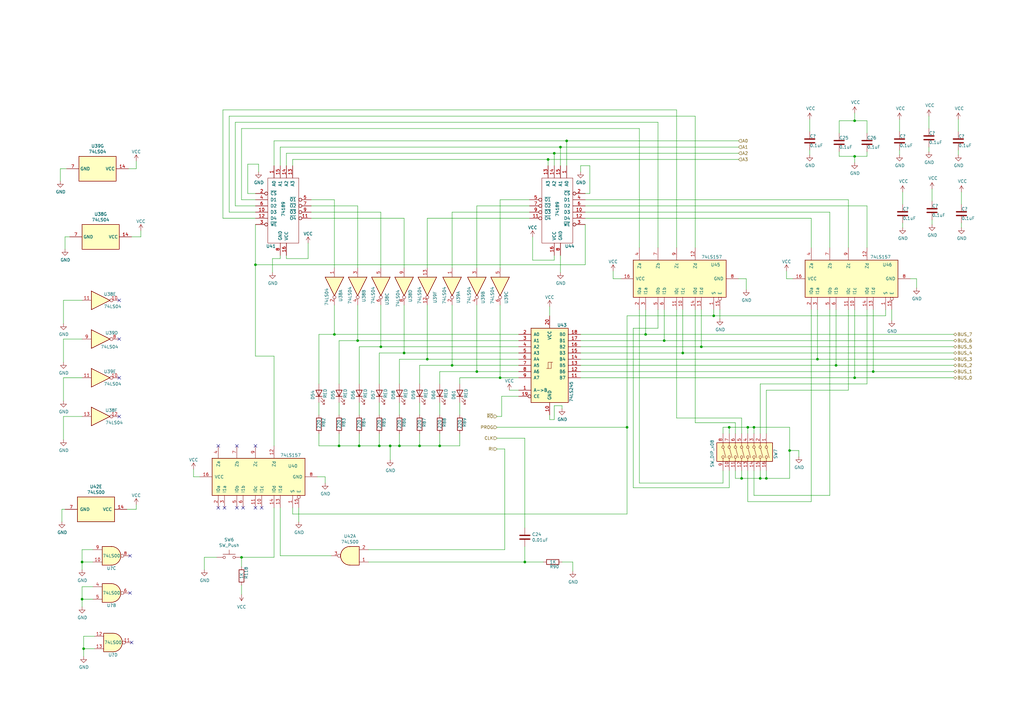
<source format=kicad_sch>
(kicad_sch (version 20230121) (generator eeschema)
  (paper "A3")
  (lib_symbols
    (symbol "74xx:74LS00" (pin_names (offset 1.016))
      (property "Reference" "U" (at 0 1.27 0))
      (property "Value" "74LS00" (at 0 -1.27 0))
      (symbol "74LS00_1_1"
        (pin input line (at -7.62 2.54 0) (length 3.81) (name "~") (number "1"))
        (pin input line (at -7.62 -2.54 0) (length 3.81) (name "~") (number "2"))
        (pin output inverted (at 7.62 0 180) (length 3.81) (name "~") (number "3"))
      )
      (symbol "74LS00_1_2"
        (pin input inverted (at -7.62 2.54 0) (length 4.318) (name "~") (number "1"))
        (pin input inverted (at -7.62 -2.54 0) (length 4.318) (name "~") (number "2"))
        (pin output line (at 7.62 0 180) (length 3.81) (name "~") (number "3"))
      )
      (symbol "74LS00_2_1"
        (pin input line (at -7.62 2.54 0) (length 3.81) (name "~") (number "4"))
        (pin input line (at -7.62 -2.54 0) (length 3.81) (name "~") (number "5"))
        (pin output inverted (at 7.62 0 180) (length 3.81) (name "~") (number "6"))
      )
      (symbol "74LS00_2_2"
        (pin input inverted (at -7.62 2.54 0) (length 4.318) (name "~") (number "4"))
        (pin input inverted (at -7.62 -2.54 0) (length 4.318) (name "~") (number "5"))
        (pin output line (at 7.62 0 180) (length 3.81) (name "~") (number "6"))
      )
      (symbol "74LS00_3_1"
        (pin input line (at -7.62 -2.54 0) (length 3.81) (name "~") (number "10"))
        (pin output inverted (at 7.62 0 180) (length 3.81) (name "~") (number "8"))
        (pin input line (at -7.62 2.54 0) (length 3.81) (name "~") (number "9"))
      )
      (symbol "74LS00_3_2"
        (pin input inverted (at -7.62 -2.54 0) (length 4.318) (name "~") (number "10"))
        (pin output line (at 7.62 0 180) (length 3.81) (name "~") (number "8"))
        (pin input inverted (at -7.62 2.54 0) (length 4.318) (name "~") (number "9"))
      )
      (symbol "74LS00_4_1"
        (pin output inverted (at 7.62 0 180) (length 3.81) (name "~") (number "11"))
        (pin input line (at -7.62 2.54 0) (length 3.81) (name "~") (number "12"))
        (pin input line (at -7.62 -2.54 0) (length 3.81) (name "~") (number "13"))
      )
      (symbol "74LS00_4_2"
        (pin output line (at 7.62 0 180) (length 3.81) (name "~") (number "11"))
        (pin input inverted (at -7.62 2.54 0) (length 4.318) (name "~") (number "12"))
        (pin input inverted (at -7.62 -2.54 0) (length 4.318) (name "~") (number "13"))
      )
      (symbol "74LS00_5_0"
        (pin power_in line (at 0 12.7 270) (length 5.08) (name "VCC") (number "14"))
        (pin power_in line (at 0 -12.7 90) (length 5.08) (name "GND") (number "7"))
      )
    )
    (symbol "74xx:74LS04"
      (property "Reference" "U" (at 0 1.27 0))
      (property "Value" "74LS04" (at 0 -1.27 0))
      (symbol "74LS04_1_0"
        (pin input line (at -7.62 0 0) (length 3.81) (name "~") (number "1"))
        (pin output inverted (at 7.62 0 180) (length 3.81) (name "~") (number "2"))
      )
      (symbol "74LS04_2_0"
        (pin input line (at -7.62 0 0) (length 3.81) (name "~") (number "3"))
        (pin output inverted (at 7.62 0 180) (length 3.81) (name "~") (number "4"))
      )
      (symbol "74LS04_3_0"
        (pin input line (at -7.62 0 0) (length 3.81) (name "~") (number "5"))
        (pin output inverted (at 7.62 0 180) (length 3.81) (name "~") (number "6"))
      )
      (symbol "74LS04_4_0"
        (pin output inverted (at 7.62 0 180) (length 3.81) (name "~") (number "8"))
        (pin input line (at -7.62 0 0) (length 3.81) (name "~") (number "9"))
      )
      (symbol "74LS04_5_0"
        (pin output inverted (at 7.62 0 180) (length 3.81) (name "~") (number "10"))
        (pin input line (at -7.62 0 0) (length 3.81) (name "~") (number "11"))
      )
      (symbol "74LS04_6_0"
        (pin output inverted (at 7.62 0 180) (length 3.81) (name "~") (number "12"))
        (pin input line (at -7.62 0 0) (length 3.81) (name "~") (number "13"))
      )
      (symbol "74LS04_7_0"
        (pin power_in line (at 0 12.7 270) (length 5.08) (name "VCC") (number "14"))
        (pin power_in line (at 0 -12.7 90) (length 5.08) (name "GND") (number "7"))
      )
    )
    (symbol "74xx:74LS157" (pin_names (offset 1.016))
      (property "Reference" "U" (at -7.62 19.05 0))
      (property "Value" "74LS157" (at -7.62 -21.59 0))
      (symbol "74LS157_1_0"
        (pin input line (at -12.7 -15.24 0) (length 5.08) (name "S") (number "1"))
        (pin input line (at -12.7 -2.54 0) (length 5.08) (name "I1c") (number "10"))
        (pin input line (at -12.7 0 0) (length 5.08) (name "I0c") (number "11"))
        (pin output line (at 12.7 -7.62 180) (length 5.08) (name "Zd") (number "12"))
        (pin input line (at -12.7 -10.16 0) (length 5.08) (name "I1d") (number "13"))
        (pin input line (at -12.7 -7.62 0) (length 5.08) (name "I0d") (number "14"))
        (pin input inverted (at -12.7 -17.78 0) (length 5.08) (name "E") (number "15"))
        (pin power_in line (at 0 22.86 270) (length 5.08) (name "VCC") (number "16"))
        (pin input line (at -12.7 15.24 0) (length 5.08) (name "I0a") (number "2"))
        (pin input line (at -12.7 12.7 0) (length 5.08) (name "I1a") (number "3"))
        (pin output line (at 12.7 15.24 180) (length 5.08) (name "Za") (number "4"))
        (pin input line (at -12.7 7.62 0) (length 5.08) (name "I0b") (number "5"))
        (pin input line (at -12.7 5.08 0) (length 5.08) (name "I1b") (number "6"))
        (pin output line (at 12.7 7.62 180) (length 5.08) (name "Zb") (number "7"))
        (pin power_in line (at 0 -25.4 90) (length 5.08) (name "GND") (number "8"))
        (pin output line (at 12.7 0 180) (length 5.08) (name "Zc") (number "9"))
      )
    )
    (symbol "74xx:74LS245" (pin_names (offset 1.016))
      (property "Reference" "U" (at -7.62 16.51 0))
      (property "Value" "74LS245" (at -7.62 -16.51 0))
      (symbol "74LS245_1_0"
        (pin input line (at -12.7 -10.16 0) (length 5.08) (name "A->B") (number "1"))
        (pin power_in line (at 0 -20.32 90) (length 5.08) (name "GND") (number "10"))
        (pin tri_state line (at 12.7 -5.08 180) (length 5.08) (name "B7") (number "11"))
        (pin tri_state line (at 12.7 -2.54 180) (length 5.08) (name "B6") (number "12"))
        (pin tri_state line (at 12.7 0 180) (length 5.08) (name "B5") (number "13"))
        (pin tri_state line (at 12.7 2.54 180) (length 5.08) (name "B4") (number "14"))
        (pin tri_state line (at 12.7 5.08 180) (length 5.08) (name "B3") (number "15"))
        (pin tri_state line (at 12.7 7.62 180) (length 5.08) (name "B2") (number "16"))
        (pin tri_state line (at 12.7 10.16 180) (length 5.08) (name "B1") (number "17"))
        (pin tri_state line (at 12.7 12.7 180) (length 5.08) (name "B0") (number "18"))
        (pin input inverted (at -12.7 -12.7 0) (length 5.08) (name "CE") (number "19"))
        (pin tri_state line (at -12.7 12.7 0) (length 5.08) (name "A0") (number "2"))
        (pin power_in line (at 0 20.32 270) (length 5.08) (name "VCC") (number "20"))
        (pin tri_state line (at -12.7 10.16 0) (length 5.08) (name "A1") (number "3"))
        (pin tri_state line (at -12.7 7.62 0) (length 5.08) (name "A2") (number "4"))
        (pin tri_state line (at -12.7 5.08 0) (length 5.08) (name "A3") (number "5"))
        (pin tri_state line (at -12.7 2.54 0) (length 5.08) (name "A4") (number "6"))
        (pin tri_state line (at -12.7 0 0) (length 5.08) (name "A5") (number "7"))
        (pin tri_state line (at -12.7 -2.54 0) (length 5.08) (name "A6") (number "8"))
        (pin tri_state line (at -12.7 -5.08 0) (length 5.08) (name "A7") (number "9"))
      )
    )
    (symbol "8 Bit Computer-rescue:74189-74189LIB" (pin_names (offset 1.016))
      (property "Reference" "U" (at 3.81 -15.24 0))
      (property "Value" "74189LIB_74189" (at 0 0 90))
      (symbol "74189-74189LIB_1_1"
        (pin input line (at 3.81 17.78 270) (length 5.08) (name "A0") (number "1"))
        (pin input line (at 11.43 -1.27 180) (length 5.08) (name "D3") (number "10"))
        (pin output inverted (at -11.43 -3.81 0) (length 5.08) (name "~{O4}") (number "11"))
        (pin input line (at 11.43 -3.81 180) (length 5.08) (name "D4") (number "12"))
        (pin input line (at -3.81 17.78 270) (length 5.08) (name "A3") (number "13"))
        (pin input line (at -1.27 17.78 270) (length 5.08) (name "A2") (number "14"))
        (pin input line (at 1.27 17.78 270) (length 5.08) (name "A1") (number "15"))
        (pin input line (at -1.27 -19.05 90) (length 5.08) (name "VCC") (number "16"))
        (pin input inverted (at 11.43 6.35 180) (length 5.08) (name "~{CS}") (number "2"))
        (pin input inverted (at 11.43 -6.35 180) (length 5.08) (name "~{WE}") (number "3"))
        (pin input line (at 11.43 3.81 180) (length 5.08) (name "D1") (number "4"))
        (pin output inverted (at -11.43 3.81 0) (length 5.08) (name "~{O1}") (number "5"))
        (pin input line (at 11.43 1.27 180) (length 5.08) (name "D2") (number "6"))
        (pin output inverted (at -11.43 1.27 0) (length 5.08) (name "~{O2}") (number "7"))
        (pin input line (at 1.27 -19.05 90) (length 5.08) (name "GND") (number "8"))
        (pin output inverted (at -11.43 -1.27 0) (length 5.08) (name "~{O3}") (number "9"))
      )
    )
    (symbol "Device:C" (pin_numbers hide) (pin_names (offset 0.254))
      (property "Reference" "C" (at 0.635 2.54 0))
      (property "Value" "C" (at 0.635 -2.54 0))
      (symbol "C_1_1"
        (pin passive line (at 0 3.81 270) (length 2.794) (name "~") (number "1"))
        (pin passive line (at 0 -3.81 90) (length 2.794) (name "~") (number "2"))
      )
    )
    (symbol "Device:LED" (pin_numbers hide) (pin_names (offset 1.016) hide)
      (property "Reference" "D" (at 0 2.54 0))
      (property "Value" "LED" (at 0 -2.54 0))
      (symbol "LED_1_1"
        (pin passive line (at -3.81 0 0) (length 2.54) (name "K") (number "1"))
        (pin passive line (at 3.81 0 180) (length 2.54) (name "A") (number "2"))
      )
    )
    (symbol "Device:R" (pin_numbers hide) (pin_names (offset 0))
      (property "Reference" "R" (at 2.032 0 90))
      (property "Value" "R" (at 0 0 90))
      (symbol "R_1_1"
        (pin passive line (at 0 3.81 270) (length 1.27) (name "~") (number "1"))
        (pin passive line (at 0 -3.81 90) (length 1.27) (name "~") (number "2"))
      )
    )
    (symbol "Switch:SW_DIP_x08" (pin_names (offset 0) hide)
      (property "Reference" "SW" (at 0 13.97 0))
      (property "Value" "SW_DIP_x08" (at 0 -11.43 0))
      (symbol "SW_DIP_x08_1_1"
        (pin passive line (at -7.62 10.16 0) (length 5.08) (name "~") (number "1"))
        (pin passive line (at 7.62 -5.08 180) (length 5.08) (name "~") (number "10"))
        (pin passive line (at 7.62 -2.54 180) (length 5.08) (name "~") (number "11"))
        (pin passive line (at 7.62 0 180) (length 5.08) (name "~") (number "12"))
        (pin passive line (at 7.62 2.54 180) (length 5.08) (name "~") (number "13"))
        (pin passive line (at 7.62 5.08 180) (length 5.08) (name "~") (number "14"))
        (pin passive line (at 7.62 7.62 180) (length 5.08) (name "~") (number "15"))
        (pin passive line (at 7.62 10.16 180) (length 5.08) (name "~") (number "16"))
        (pin passive line (at -7.62 7.62 0) (length 5.08) (name "~") (number "2"))
        (pin passive line (at -7.62 5.08 0) (length 5.08) (name "~") (number "3"))
        (pin passive line (at -7.62 2.54 0) (length 5.08) (name "~") (number "4"))
        (pin passive line (at -7.62 0 0) (length 5.08) (name "~") (number "5"))
        (pin passive line (at -7.62 -2.54 0) (length 5.08) (name "~") (number "6"))
        (pin passive line (at -7.62 -5.08 0) (length 5.08) (name "~") (number "7"))
        (pin passive line (at -7.62 -7.62 0) (length 5.08) (name "~") (number "8"))
        (pin passive line (at 7.62 -7.62 180) (length 5.08) (name "~") (number "9"))
      )
    )
    (symbol "Switch:SW_Push" (pin_numbers hide) (pin_names (offset 1.016) hide)
      (property "Reference" "SW" (at 1.27 2.54 0))
      (property "Value" "SW_Push" (at 0 -1.524 0))
      (symbol "SW_Push_0_1"
        (pin passive line (at -5.08 0 0) (length 2.54) (name "1") (number "1"))
        (pin passive line (at 5.08 0 180) (length 2.54) (name "2") (number "2"))
      )
    )
    (symbol "power:GND" (power) (pin_names (offset 0))
      (property "Value" "GND" (at 0 -3.81 0))
      (symbol "GND_1_1"
        (pin power_in line (at 0 0 270) (length 0) hide (name "GND") (number "1"))
      )
    )
    (symbol "power:VCC" (power) (pin_names (offset 0))
      (property "Value" "VCC" (at 0 3.81 0))
      (symbol "VCC_1_1"
        (pin power_in line (at 0 0 90) (length 0) hide (name "VCC") (number "1"))
      )
    )
  )
  (junction (at 160.02 182.88))
  (junction (at 350.52 64.135))
  (junction (at 335.28 147.32))
  (junction (at 180.34 182.88))
  (junction (at 172.085 182.88))
  (junction (at 205.105 154.94))
  (junction (at 272.415 139.7))
  (junction (at 155.575 182.88))
  (junction (at 33.655 230.505))
  (junction (at 185.42 149.86))
  (junction (at 165.735 144.78))
  (junction (at 224.79 65.405))
  (junction (at 309.245 175.26))
  (junction (at 280.035 144.78))
  (junction (at 323.85 184.785))
  (junction (at 232.41 57.785))
  (junction (at 227.33 62.865))
  (junction (at 299.085 175.26))
  (junction (at 358.14 152.4))
  (junction (at 287.655 142.24))
  (junction (at 257.175 175.26))
  (junction (at 137.16 137.16))
  (junction (at 147.32 182.88))
  (junction (at 350.52 49.53))
  (junction (at 304.165 196.215))
  (junction (at 139.065 182.88))
  (junction (at 156.21 142.24))
  (junction (at 311.785 196.215))
  (junction (at 264.795 137.16))
  (junction (at 33.655 245.745))
  (junction (at 163.83 182.88))
  (junction (at 175.26 147.32))
  (junction (at 314.325 196.215))
  (junction (at 292.735 129.54))
  (junction (at 342.9 149.86))
  (junction (at 104.775 108.585))
  (junction (at 215.265 230.505))
  (junction (at 229.87 60.325))
  (junction (at 146.685 139.7))
  (junction (at 350.52 154.94))
  (junction (at 195.58 152.4))
  (junction (at 34.29 266.065))
  (junction (at 99.06 228.6))
  (junction (at 306.705 175.26))
  (no_connect (at 104.775 182.88))
  (no_connect (at 48.895 139.065))
  (no_connect (at 48.895 154.94))
  (no_connect (at 53.34 243.205))
  (no_connect (at 89.535 182.88))
  (no_connect (at 97.155 182.88))
  (no_connect (at 97.155 208.28))
  (no_connect (at 53.975 263.525))
  (no_connect (at 89.535 208.28))
  (no_connect (at 48.895 123.19))
  (no_connect (at 99.695 208.28))
  (no_connect (at 53.34 227.965))
  (no_connect (at 92.075 208.28))
  (no_connect (at 48.895 170.815))
  (no_connect (at 104.775 208.28))
  (no_connect (at 107.315 208.28))
  (wire (pts (xy 114.935 227.965) (xy 135.89 227.965)))
  (wire (pts (xy 277.495 171.45) (xy 304.165 171.45)))
  (wire (pts (xy 227.33 67.945) (xy 227.33 62.865)))
  (wire (pts (xy 212.725 147.32) (xy 175.26 147.32)))
  (wire (pts (xy 217.17 89.535) (xy 175.26 89.535)))
  (wire (pts (xy 104.775 108.585) (xy 104.775 92.075)))
  (wire (pts (xy 311.785 196.215) (xy 314.325 196.215)))
  (wire (pts (xy 269.875 134.62) (xy 269.875 127)))
  (wire (pts (xy 38.1 245.745) (xy 33.655 245.745)))
  (wire (pts (xy 229.87 60.325) (xy 229.87 67.945)))
  (wire (pts (xy 104.775 79.375) (xy 101.6 79.375)))
  (wire (pts (xy 314.325 196.215) (xy 314.325 193.04)))
  (wire (pts (xy 188.595 154.94) (xy 205.105 154.94)))
  (wire (pts (xy 215.265 230.505) (xy 222.885 230.505)))
  (wire (pts (xy 251.46 111.125) (xy 251.46 114.3)))
  (wire (pts (xy 373.38 114.3) (xy 375.92 114.3)))
  (wire (pts (xy 344.17 54.61) (xy 344.17 49.53)))
  (wire (pts (xy 185.42 86.995) (xy 217.17 86.995)))
  (wire (pts (xy 114.935 208.28) (xy 114.935 227.965)))
  (wire (pts (xy 335.28 127) (xy 335.28 147.32)))
  (wire (pts (xy 232.41 57.785) (xy 112.395 57.785)))
  (wire (pts (xy 280.035 127) (xy 280.035 144.78)))
  (wire (pts (xy 257.175 175.26) (xy 257.175 210.82)))
  (wire (pts (xy 302.895 114.3) (xy 306.07 114.3)))
  (wire (pts (xy 306.705 175.26) (xy 309.245 175.26)))
  (wire (pts (xy 368.935 61.595) (xy 368.935 63.5)))
  (wire (pts (xy 185.42 125.095) (xy 185.42 149.86)))
  (wire (pts (xy 207.01 184.15) (xy 203.835 184.15)))
  (wire (pts (xy 264.795 137.16) (xy 391.16 137.16)))
  (wire (pts (xy 394.335 91.44) (xy 394.335 93.345)))
  (wire (pts (xy 269.875 50.165) (xy 269.875 101.6)))
  (wire (pts (xy 139.065 165.1) (xy 139.065 170.18)))
  (wire (pts (xy 172.085 182.88) (xy 180.34 182.88)))
  (wire (pts (xy 205.105 154.94) (xy 212.725 154.94)))
  (wire (pts (xy 314.325 177.8) (xy 314.325 160.02)))
  (wire (pts (xy 33.655 245.745) (xy 33.655 248.92)))
  (wire (pts (xy 232.41 67.945) (xy 232.41 57.785)))
  (wire (pts (xy 323.85 175.26) (xy 323.85 184.785)))
  (wire (pts (xy 306.705 177.8) (xy 306.705 175.26)))
  (wire (pts (xy 257.175 175.26) (xy 257.175 129.54)))
  (wire (pts (xy 215.265 230.505) (xy 151.13 230.505)))
  (wire (pts (xy 185.42 109.855) (xy 185.42 86.995)))
  (wire (pts (xy 163.83 182.88) (xy 172.085 182.88)))
  (wire (pts (xy 93.98 47.625) (xy 285.115 47.625)))
  (wire (pts (xy 241.935 67.945) (xy 238.125 67.945)))
  (wire (pts (xy 127.635 84.455) (xy 146.685 84.455)))
  (wire (pts (xy 344.17 64.135) (xy 350.52 64.135)))
  (wire (pts (xy 215.265 179.705) (xy 215.265 216.535)))
  (wire (pts (xy 99.06 240.03) (xy 99.06 243.84)))
  (wire (pts (xy 227.33 62.865) (xy 302.895 62.865)))
  (wire (pts (xy 93.98 47.625) (xy 93.98 86.995)))
  (wire (pts (xy 224.79 65.405) (xy 224.79 67.945)))
  (wire (pts (xy 287.655 142.24) (xy 391.16 142.24)))
  (wire (pts (xy 53.975 97.155) (xy 57.785 97.155)))
  (wire (pts (xy 259.715 134.62) (xy 269.875 134.62)))
  (wire (pts (xy 344.17 62.23) (xy 344.17 64.135)))
  (wire (pts (xy 323.85 184.785) (xy 323.85 196.215)))
  (wire (pts (xy 117.475 106.045) (xy 126.365 106.045)))
  (wire (pts (xy 240.03 81.915) (xy 347.98 81.915)))
  (wire (pts (xy 347.98 160.02) (xy 314.325 160.02)))
  (wire (pts (xy 146.685 125.095) (xy 146.685 139.7)))
  (wire (pts (xy 355.6 101.6) (xy 355.6 84.455)))
  (wire (pts (xy 259.715 200.025) (xy 259.715 134.62)))
  (wire (pts (xy 212.725 162.56) (xy 205.74 162.56)))
  (wire (pts (xy 33.655 230.505) (xy 33.655 233.68)))
  (wire (pts (xy 225.425 129.54) (xy 225.425 125.73)))
  (wire (pts (xy 241.935 79.375) (xy 241.935 67.945)))
  (wire (pts (xy 26.035 170.815) (xy 33.655 170.815)))
  (wire (pts (xy 33.655 245.745) (xy 33.655 240.665)))
  (wire (pts (xy 218.44 106.68) (xy 218.44 97.155)))
  (wire (pts (xy 175.26 125.095) (xy 175.26 147.32)))
  (wire (pts (xy 340.36 127) (xy 340.36 203.2)))
  (wire (pts (xy 299.085 175.26) (xy 296.545 175.26)))
  (wire (pts (xy 332.105 61.595) (xy 332.105 63.5)))
  (wire (pts (xy 26.035 123.19) (xy 33.655 123.19)))
  (wire (pts (xy 358.14 127) (xy 358.14 152.4)))
  (wire (pts (xy 382.27 90.17) (xy 382.27 92.075)))
  (wire (pts (xy 217.17 84.455) (xy 195.58 84.455)))
  (wire (pts (xy 205.105 81.915) (xy 217.17 81.915)))
  (wire (pts (xy 130.81 177.8) (xy 130.81 182.88)))
  (wire (pts (xy 368.935 53.975) (xy 368.935 48.895)))
  (wire (pts (xy 120.015 67.945) (xy 120.015 65.405)))
  (wire (pts (xy 227.33 166.37) (xy 230.505 166.37)))
  (wire (pts (xy 104.775 84.455) (xy 96.52 84.455)))
  (wire (pts (xy 38.735 260.985) (xy 34.29 260.985)))
  (wire (pts (xy 146.685 139.7) (xy 212.725 139.7)))
  (wire (pts (xy 93.98 86.995) (xy 104.775 86.995)))
  (wire (pts (xy 382.27 82.55) (xy 382.27 77.47)))
  (wire (pts (xy 151.13 225.425) (xy 207.01 225.425)))
  (wire (pts (xy 285.115 127) (xy 285.115 173.355)))
  (wire (pts (xy 240.03 92.075) (xy 240.03 108.585)))
  (wire (pts (xy 340.36 203.2) (xy 309.245 203.2)))
  (wire (pts (xy 234.95 230.505) (xy 234.95 234.315)))
  (wire (pts (xy 332.74 205.74) (xy 332.74 127)))
  (wire (pts (xy 112.395 146.05) (xy 112.395 182.88)))
  (wire (pts (xy 160.02 182.88) (xy 160.02 188.595)))
  (wire (pts (xy 323.85 184.785) (xy 327.66 184.785)))
  (wire (pts (xy 99.06 52.705) (xy 262.255 52.705)))
  (wire (pts (xy 301.625 193.04) (xy 301.625 196.215)))
  (wire (pts (xy 335.28 147.32) (xy 391.16 147.32)))
  (wire (pts (xy 296.545 198.12) (xy 296.545 193.04)))
  (wire (pts (xy 180.34 152.4) (xy 180.34 157.48)))
  (wire (pts (xy 172.085 165.1) (xy 172.085 170.18)))
  (wire (pts (xy 230.505 230.505) (xy 234.95 230.505)))
  (wire (pts (xy 163.83 165.1) (xy 163.83 170.18)))
  (wire (pts (xy 304.165 196.215) (xy 304.165 193.04)))
  (wire (pts (xy 130.175 195.58) (xy 133.35 195.58)))
  (wire (pts (xy 188.595 157.48) (xy 188.595 154.94)))
  (wire (pts (xy 225.425 170.18) (xy 225.425 172.085)))
  (wire (pts (xy 26.035 170.815) (xy 26.035 180.34)))
  (wire (pts (xy 188.595 182.88) (xy 188.595 177.8)))
  (wire (pts (xy 25.4 213.995) (xy 25.4 208.915)))
  (wire (pts (xy 24.765 69.215) (xy 27.305 69.215)))
  (wire (pts (xy 99.06 228.6) (xy 99.06 232.41)))
  (wire (pts (xy 155.575 177.8) (xy 155.575 182.88)))
  (wire (pts (xy 306.705 193.04) (xy 306.705 205.74)))
  (wire (pts (xy 26.035 139.065) (xy 33.655 139.065)))
  (wire (pts (xy 38.1 240.665) (xy 33.655 240.665)))
  (wire (pts (xy 104.775 81.915) (xy 99.06 81.915)))
  (wire (pts (xy 251.46 114.3) (xy 254.635 114.3)))
  (wire (pts (xy 340.36 101.6) (xy 340.36 86.995)))
  (wire (pts (xy 127.635 89.535) (xy 165.735 89.535)))
  (wire (pts (xy 285.115 173.355) (xy 301.625 173.355)))
  (wire (pts (xy 215.265 224.155) (xy 215.265 230.505)))
  (wire (pts (xy 350.52 154.94) (xy 391.16 154.94)))
  (wire (pts (xy 175.26 89.535) (xy 175.26 109.855)))
  (wire (pts (xy 342.9 127) (xy 342.9 149.86)))
  (wire (pts (xy 180.34 152.4) (xy 195.58 152.4)))
  (wire (pts (xy 26.67 102.235) (xy 26.67 97.155)))
  (wire (pts (xy 232.41 57.785) (xy 302.895 57.785)))
  (wire (pts (xy 350.52 64.135) (xy 355.6 64.135)))
  (wire (pts (xy 350.52 46.355) (xy 350.52 49.53)))
  (wire (pts (xy 323.85 196.215) (xy 314.325 196.215)))
  (wire (pts (xy 262.255 127) (xy 262.255 198.12)))
  (wire (pts (xy 160.02 182.88) (xy 163.83 182.88)))
  (wire (pts (xy 147.32 165.1) (xy 147.32 170.18)))
  (wire (pts (xy 33.655 230.505) (xy 33.655 225.425)))
  (wire (pts (xy 306.07 114.3) (xy 306.07 118.745)))
  (wire (pts (xy 238.125 149.86) (xy 342.9 149.86)))
  (wire (pts (xy 55.88 208.915) (xy 55.88 207.01)))
  (wire (pts (xy 127.635 81.915) (xy 137.16 81.915)))
  (wire (pts (xy 332.105 53.975) (xy 332.105 48.895)))
  (wire (pts (xy 363.22 127) (xy 363.22 129.54)))
  (wire (pts (xy 363.22 129.54) (xy 292.735 129.54)))
  (wire (pts (xy 381 52.705) (xy 381 47.625)))
  (wire (pts (xy 344.17 49.53) (xy 350.52 49.53)))
  (wire (pts (xy 299.085 193.04) (xy 299.085 200.025)))
  (wire (pts (xy 212.725 160.02) (xy 208.915 160.02)))
  (wire (pts (xy 355.6 84.455) (xy 240.03 84.455)))
  (wire (pts (xy 112.395 228.6) (xy 99.06 228.6)))
  (wire (pts (xy 277.495 101.6) (xy 277.495 45.085)))
  (wire (pts (xy 147.32 177.8) (xy 147.32 182.88)))
  (wire (pts (xy 238.125 142.24) (xy 287.655 142.24)))
  (wire (pts (xy 365.76 127) (xy 365.76 131.445)))
  (wire (pts (xy 156.21 125.095) (xy 156.21 142.24)))
  (wire (pts (xy 165.735 89.535) (xy 165.735 109.855)))
  (wire (pts (xy 83.82 228.6) (xy 83.82 233.68)))
  (wire (pts (xy 309.245 175.26) (xy 323.85 175.26)))
  (wire (pts (xy 155.575 157.48) (xy 155.575 144.78)))
  (wire (pts (xy 238.125 147.32) (xy 335.28 147.32)))
  (wire (pts (xy 38.1 225.425) (xy 33.655 225.425)))
  (wire (pts (xy 130.81 137.16) (xy 130.81 157.48)))
  (wire (pts (xy 106.045 67.31) (xy 106.045 70.485)))
  (wire (pts (xy 96.52 84.455) (xy 96.52 50.165)))
  (wire (pts (xy 195.58 125.095) (xy 195.58 152.4)))
  (wire (pts (xy 147.32 142.24) (xy 147.32 157.48)))
  (wire (pts (xy 370.205 91.44) (xy 370.205 93.345)))
  (wire (pts (xy 104.775 108.585) (xy 240.03 108.585)))
  (wire (pts (xy 227.33 172.085) (xy 227.33 166.37)))
  (wire (pts (xy 122.555 208.28) (xy 122.555 213.995)))
  (wire (pts (xy 195.58 84.455) (xy 195.58 109.855)))
  (wire (pts (xy 309.245 203.2) (xy 309.245 193.04)))
  (wire (pts (xy 394.335 83.82) (xy 394.335 78.74)))
  (wire (pts (xy 262.255 198.12) (xy 296.545 198.12)))
  (wire (pts (xy 139.065 177.8) (xy 139.065 182.88)))
  (wire (pts (xy 137.16 137.16) (xy 212.725 137.16)))
  (wire (pts (xy 311.785 177.8) (xy 311.785 157.48)))
  (wire (pts (xy 264.795 127) (xy 264.795 137.16)))
  (wire (pts (xy 99.06 81.915) (xy 99.06 52.705)))
  (wire (pts (xy 114.935 60.325) (xy 229.87 60.325)))
  (wire (pts (xy 26.67 97.155) (xy 28.575 97.155)))
  (wire (pts (xy 111.76 106.045) (xy 111.76 111.76)))
  (wire (pts (xy 262.255 101.6) (xy 262.255 52.705)))
  (wire (pts (xy 296.545 175.26) (xy 296.545 177.8)))
  (wire (pts (xy 133.35 195.58) (xy 133.35 198.12)))
  (wire (pts (xy 355.6 157.48) (xy 311.785 157.48)))
  (wire (pts (xy 227.33 62.865) (xy 117.475 62.865)))
  (wire (pts (xy 180.34 182.88) (xy 188.595 182.88)))
  (wire (pts (xy 120.015 210.82) (xy 120.015 208.28)))
  (wire (pts (xy 285.115 101.6) (xy 285.115 47.625)))
  (wire (pts (xy 195.58 152.4) (xy 212.725 152.4)))
  (wire (pts (xy 238.125 152.4) (xy 358.14 152.4)))
  (wire (pts (xy 26.035 154.94) (xy 26.035 164.465)))
  (wire (pts (xy 130.81 137.16) (xy 137.16 137.16)))
  (wire (pts (xy 117.475 62.865) (xy 117.475 67.945)))
  (wire (pts (xy 114.935 67.945) (xy 114.935 60.325)))
  (wire (pts (xy 79.375 195.58) (xy 79.375 192.405)))
  (wire (pts (xy 238.125 67.945) (xy 238.125 70.485)))
  (wire (pts (xy 225.425 172.085) (xy 227.33 172.085)))
  (wire (pts (xy 342.9 149.86) (xy 391.16 149.86)))
  (wire (pts (xy 350.52 127) (xy 350.52 154.94)))
  (wire (pts (xy 91.44 89.535) (xy 91.44 45.085)))
  (wire (pts (xy 57.785 97.155) (xy 57.785 94.615)))
  (wire (pts (xy 25.4 208.915) (xy 26.67 208.915)))
  (wire (pts (xy 205.74 170.815) (xy 205.74 162.56)))
  (wire (pts (xy 355.6 127) (xy 355.6 157.48)))
  (wire (pts (xy 139.065 157.48) (xy 139.065 139.7)))
  (wire (pts (xy 205.74 170.815) (xy 203.835 170.815)))
  (wire (pts (xy 347.98 81.915) (xy 347.98 101.6)))
  (wire (pts (xy 156.21 86.995) (xy 156.21 109.855)))
  (wire (pts (xy 355.6 54.61) (xy 355.6 49.53)))
  (wire (pts (xy 34.29 266.065) (xy 34.29 260.985)))
  (wire (pts (xy 238.125 154.94) (xy 350.52 154.94)))
  (wire (pts (xy 229.87 104.775) (xy 229.87 111.76)))
  (wire (pts (xy 322.58 111.125) (xy 322.58 114.3)))
  (wire (pts (xy 229.87 60.325) (xy 302.895 60.325)))
  (wire (pts (xy 137.16 81.915) (xy 137.16 109.855)))
  (wire (pts (xy 227.33 104.775) (xy 227.33 106.68)))
  (wire (pts (xy 52.705 69.215) (xy 55.88 69.215)))
  (wire (pts (xy 227.33 106.68) (xy 218.44 106.68)))
  (wire (pts (xy 272.415 139.7) (xy 391.16 139.7)))
  (wire (pts (xy 52.07 208.915) (xy 55.88 208.915)))
  (wire (pts (xy 311.785 193.04) (xy 311.785 196.215)))
  (wire (pts (xy 117.475 104.775) (xy 117.475 106.045)))
  (wire (pts (xy 114.935 104.775) (xy 114.935 106.045)))
  (wire (pts (xy 104.775 146.05) (xy 104.775 108.585)))
  (wire (pts (xy 207.01 225.425) (xy 207.01 184.15)))
  (wire (pts (xy 112.395 57.785) (xy 112.395 67.945)))
  (wire (pts (xy 114.935 106.045) (xy 111.76 106.045)))
  (wire (pts (xy 240.03 79.375) (xy 241.935 79.375)))
  (wire (pts (xy 203.835 175.26) (xy 257.175 175.26)))
  (wire (pts (xy 120.015 65.405) (xy 224.79 65.405)))
  (wire (pts (xy 104.775 89.535) (xy 91.44 89.535)))
  (wire (pts (xy 350.52 66.675) (xy 350.52 64.135)))
  (wire (pts (xy 375.92 114.3) (xy 375.92 118.11)))
  (wire (pts (xy 327.66 184.785) (xy 327.66 187.325)))
  (wire (pts (xy 147.32 182.88) (xy 155.575 182.88)))
  (wire (pts (xy 287.655 127) (xy 287.655 142.24)))
  (wire (pts (xy 277.495 127) (xy 277.495 171.45)))
  (wire (pts (xy 120.015 210.82) (xy 257.175 210.82)))
  (wire (pts (xy 130.81 182.88) (xy 139.065 182.88)))
  (wire (pts (xy 34.29 266.065) (xy 34.29 269.24)))
  (wire (pts (xy 301.625 196.215) (xy 304.165 196.215)))
  (wire (pts (xy 165.735 144.78) (xy 212.725 144.78)))
  (wire (pts (xy 238.125 137.16) (xy 264.795 137.16)))
  (wire (pts (xy 355.6 64.135) (xy 355.6 62.23)))
  (wire (pts (xy 347.98 127) (xy 347.98 160.02)))
  (wire (pts (xy 292.735 129.54) (xy 292.735 127)))
  (wire (pts (xy 230.505 166.37) (xy 230.505 167.64)))
  (wire (pts (xy 224.79 65.405) (xy 302.895 65.405)))
  (wire (pts (xy 299.085 177.8) (xy 299.085 175.26)))
  (wire (pts (xy 101.6 79.375) (xy 101.6 67.31)))
  (wire (pts (xy 172.085 177.8) (xy 172.085 182.88)))
  (wire (pts (xy 332.74 89.535) (xy 240.03 89.535)))
  (wire (pts (xy 155.575 182.88) (xy 160.02 182.88)))
  (wire (pts (xy 358.14 152.4) (xy 391.16 152.4)))
  (wire (pts (xy 205.105 125.095) (xy 205.105 154.94)))
  (wire (pts (xy 26.035 123.19) (xy 26.035 132.715)))
  (wire (pts (xy 203.835 179.705) (xy 215.265 179.705)))
  (wire (pts (xy 139.065 182.88) (xy 147.32 182.88)))
  (wire (pts (xy 301.625 173.355) (xy 301.625 177.8)))
  (wire (pts (xy 81.915 195.58) (xy 79.375 195.58)))
  (wire (pts (xy 295.275 127) (xy 295.275 130.81)))
  (wire (pts (xy 165.735 125.095) (xy 165.735 144.78)))
  (wire (pts (xy 91.44 45.085) (xy 277.495 45.085)))
  (wire (pts (xy 96.52 50.165) (xy 269.875 50.165)))
  (wire (pts (xy 112.395 146.05) (xy 104.775 146.05)))
  (wire (pts (xy 272.415 127) (xy 272.415 139.7)))
  (wire (pts (xy 393.065 53.975) (xy 393.065 48.895)))
  (wire (pts (xy 163.83 147.32) (xy 163.83 157.48)))
  (wire (pts (xy 355.6 49.53) (xy 350.52 49.53)))
  (wire (pts (xy 381 60.325) (xy 381 62.23)))
  (wire (pts (xy 163.83 177.8) (xy 163.83 182.88)))
  (wire (pts (xy 280.035 144.78) (xy 391.16 144.78)))
  (wire (pts (xy 146.685 84.455) (xy 146.685 109.855)))
  (wire (pts (xy 393.065 61.595) (xy 393.065 63.5)))
  (wire (pts (xy 137.16 125.095) (xy 137.16 137.16)))
  (wire (pts (xy 130.81 165.1) (xy 130.81 170.18)))
  (wire (pts (xy 55.88 69.215) (xy 55.88 66.04)))
  (wire (pts (xy 26.035 154.94) (xy 33.655 154.94)))
  (wire (pts (xy 180.34 165.1) (xy 180.34 170.18)))
  (wire (pts (xy 101.6 67.31) (xy 106.045 67.31)))
  (wire (pts (xy 38.735 266.065) (xy 34.29 266.065)))
  (wire (pts (xy 309.245 175.26) (xy 309.245 177.8)))
  (wire (pts (xy 240.03 86.995) (xy 340.36 86.995)))
  (wire (pts (xy 38.1 230.505) (xy 33.655 230.505)))
  (wire (pts (xy 299.085 200.025) (xy 259.715 200.025)))
  (wire (pts (xy 185.42 149.86) (xy 212.725 149.86)))
  (wire (pts (xy 139.065 139.7) (xy 146.685 139.7)))
  (wire (pts (xy 205.105 109.855) (xy 205.105 81.915)))
  (wire (pts (xy 88.9 228.6) (xy 83.82 228.6)))
  (wire (pts (xy 156.21 142.24) (xy 212.725 142.24)))
  (wire (pts (xy 172.085 149.86) (xy 185.42 149.86)))
  (wire (pts (xy 370.205 83.82) (xy 370.205 78.74)))
  (wire (pts (xy 24.765 74.295) (xy 24.765 69.215)))
  (wire (pts (xy 257.175 129.54) (xy 292.735 129.54)))
  (wire (pts (xy 26.035 139.065) (xy 26.035 148.59)))
  (wire (pts (xy 180.34 177.8) (xy 180.34 182.88)))
  (wire (pts (xy 126.365 106.045) (xy 126.365 99.695)))
  (wire (pts (xy 322.58 114.3) (xy 325.12 114.3)))
  (wire (pts (xy 306.705 205.74) (xy 332.74 205.74)))
  (wire (pts (xy 172.085 157.48) (xy 172.085 149.86)))
  (wire (pts (xy 304.165 171.45) (xy 304.165 177.8)))
  (wire (pts (xy 332.74 101.6) (xy 332.74 89.535)))
  (wire (pts (xy 155.575 144.78) (xy 165.735 144.78)))
  (wire (pts (xy 238.125 144.78) (xy 280.035 144.78)))
  (wire (pts (xy 127.635 86.995) (xy 156.21 86.995)))
  (wire (pts (xy 147.32 142.24) (xy 156.21 142.24)))
  (wire (pts (xy 175.26 147.32) (xy 163.83 147.32)))
  (wire (pts (xy 304.165 196.215) (xy 311.785 196.215)))
  (wire (pts (xy 299.085 175.26) (xy 306.705 175.26)))
  (wire (pts (xy 155.575 165.1) (xy 155.575 170.18)))
  (wire (pts (xy 112.395 208.28) (xy 112.395 228.6)))
  (wire (pts (xy 238.125 139.7) (xy 272.415 139.7)))
  (wire (pts (xy 188.595 165.1) (xy 188.595 170.18)))
  (hierarchical_label "BUS_1" (shape bidirectional) (at 391.16 152.4 0))
  (hierarchical_label "A3" (shape input) (at 302.895 65.405 0))
  (hierarchical_label "RI" (shape input) (at 203.835 184.15 180))
  (hierarchical_label "~{RO}" (shape input) (at 203.835 170.815 180))
  (hierarchical_label "BUS_6" (shape bidirectional) (at 391.16 139.7 0))
  (hierarchical_label "BUS_4" (shape bidirectional) (at 391.16 144.78 0))
  (hierarchical_label "BUS_7" (shape bidirectional) (at 391.16 137.16 0))
  (hierarchical_label "BUS_5" (shape bidirectional) (at 391.16 142.24 0))
  (hierarchical_label "BUS_0" (shape bidirectional) (at 391.16 154.94 0))
  (hierarchical_label "BUS_2" (shape bidirectional) (at 391.16 149.86 0))
  (hierarchical_label "PROG" (shape input) (at 203.835 175.26 180))
  (hierarchical_label "A2" (shape input) (at 302.895 62.865 0))
  (hierarchical_label "BUS_3" (shape bidirectional) (at 391.16 147.32 0))
  (hierarchical_label "CLK" (shape input) (at 203.835 179.705 180))
  (hierarchical_label "A0" (shape input) (at 302.895 57.785 0))
  (hierarchical_label "A1" (shape input) (at 302.895 60.325 0))
  (symbol (lib_id "Device:C") (at 368.935 57.785 0) (unit 1)
    (property "Reference" "C?" (at 368.935 55.88 0) (effects (justify left)))
    (property "Value" "0.1uF" (at 368.935 59.69 0) (effects (justify left)))
    (property "Footprint" "Capacitor_THT:C_Disc_D4.3mm_W1.9mm_P5.00mm" (effects hide))
    (instances (project "8 Bit Computer" (path "" (reference "C?") (unit 1)) (path "" (reference "C?") (unit 1)) (path "" (reference "C42") (unit 1))))
  )
  (symbol (lib_id "power:VCC") (at 368.935 48.895 0) (unit 1)
    (property "Reference" "#PWR?" (effects hide))
    (property "Value" "VCC" (at 369.316 44.5008 0))
    (instances (project "8 Bit Computer" (path "" (reference "#PWR?") (unit 1)) (path "" (reference "#PWR?") (unit 1)) (path "" (reference "#PWR0301") (unit 1))))
  )
  (symbol (lib_id "power:GND") (at 368.935 63.5 0) (unit 1)
    (property "Reference" "#PWR?" (effects hide))
    (property "Value" "GND" (at 369.062 67.8942 0))
    (instances (project "8 Bit Computer" (path "" (reference "#PWR?") (unit 1)) (path "" (reference "#PWR?") (unit 1)) (path "" (reference "#PWR0302") (unit 1))))
  )
  (symbol (lib_id "Device:C") (at 381 56.515 0) (unit 1)
    (property "Reference" "C?" (at 381 54.61 0) (effects (justify left)))
    (property "Value" "0.1uF" (at 381 58.42 0) (effects (justify left)))
    (property "Footprint" "Capacitor_THT:C_Disc_D4.3mm_W1.9mm_P5.00mm" (effects hide))
    (instances (project "8 Bit Computer" (path "" (reference "C?") (unit 1)) (path "" (reference "C?") (unit 1)) (path "" (reference "C44") (unit 1))))
  )
  (symbol (lib_id "power:VCC") (at 381 47.625 0) (unit 1)
    (property "Reference" "#PWR?" (effects hide))
    (property "Value" "VCC" (at 381.381 43.2308 0))
    (instances (project "8 Bit Computer" (path "" (reference "#PWR?") (unit 1)) (path "" (reference "#PWR?") (unit 1)) (path "" (reference "#PWR0303") (unit 1))))
  )
  (symbol (lib_id "power:GND") (at 381 62.23 0) (unit 1)
    (property "Reference" "#PWR?" (effects hide))
    (property "Value" "GND" (at 381.127 66.6242 0))
    (instances (project "8 Bit Computer" (path "" (reference "#PWR?") (unit 1)) (path "" (reference "#PWR?") (unit 1)) (path "" (reference "#PWR0304") (unit 1))))
  )
  (symbol (lib_id "Device:C") (at 393.065 57.785 0) (unit 1)
    (property "Reference" "C?" (at 393.065 55.88 0) (effects (justify left)))
    (property "Value" "0.1uF" (at 393.065 59.69 0) (effects (justify left)))
    (property "Footprint" "Capacitor_THT:C_Disc_D4.3mm_W1.9mm_P5.00mm" (effects hide))
    (instances (project "8 Bit Computer" (path "" (reference "C?") (unit 1)) (path "" (reference "C?") (unit 1)) (path "" (reference "C46") (unit 1))))
  )
  (symbol (lib_id "power:VCC") (at 393.065 48.895 0) (unit 1)
    (property "Reference" "#PWR?" (effects hide))
    (property "Value" "VCC" (at 393.446 44.5008 0))
    (instances (project "8 Bit Computer" (path "" (reference "#PWR?") (unit 1)) (path "" (reference "#PWR?") (unit 1)) (path "" (reference "#PWR0305") (unit 1))))
  )
  (symbol (lib_id "power:GND") (at 393.065 63.5 0) (unit 1)
    (property "Reference" "#PWR?" (effects hide))
    (property "Value" "GND" (at 393.192 67.8942 0))
    (instances (project "8 Bit Computer" (path "" (reference "#PWR?") (unit 1)) (path "" (reference "#PWR?") (unit 1)) (path "" (reference "#PWR0306") (unit 1))))
  )
  (symbol (lib_id "Device:C") (at 370.205 87.63 0) (unit 1)
    (property "Reference" "C?" (at 370.205 85.725 0) (effects (justify left)))
    (property "Value" "0.1uF" (at 370.205 89.535 0) (effects (justify left)))
    (property "Footprint" "Capacitor_THT:C_Disc_D4.3mm_W1.9mm_P5.00mm" (effects hide))
    (instances (project "8 Bit Computer" (path "" (reference "C?") (unit 1)) (path "" (reference "C?") (unit 1)) (path "" (reference "C43") (unit 1))))
  )
  (symbol (lib_id "power:VCC") (at 370.205 78.74 0) (unit 1)
    (property "Reference" "#PWR?" (effects hide))
    (property "Value" "VCC" (at 370.586 74.3458 0))
    (instances (project "8 Bit Computer" (path "" (reference "#PWR?") (unit 1)) (path "" (reference "#PWR?") (unit 1)) (path "" (reference "#PWR0307") (unit 1))))
  )
  (symbol (lib_id "power:GND") (at 370.205 93.345 0) (unit 1)
    (property "Reference" "#PWR?" (effects hide))
    (property "Value" "GND" (at 370.332 97.7392 0))
    (instances (project "8 Bit Computer" (path "" (reference "#PWR?") (unit 1)) (path "" (reference "#PWR?") (unit 1)) (path "" (reference "#PWR0308") (unit 1))))
  )
  (symbol (lib_id "Device:C") (at 382.27 86.36 0) (unit 1)
    (property "Reference" "C?" (at 382.27 84.455 0) (effects (justify left)))
    (property "Value" "0.1uF" (at 382.27 88.265 0) (effects (justify left)))
    (property "Footprint" "Capacitor_THT:C_Disc_D4.3mm_W1.9mm_P5.00mm" (effects hide))
    (instances (project "8 Bit Computer" (path "" (reference "C?") (unit 1)) (path "" (reference "C?") (unit 1)) (path "" (reference "C45") (unit 1))))
  )
  (symbol (lib_id "power:VCC") (at 382.27 77.47 0) (unit 1)
    (property "Reference" "#PWR?" (effects hide))
    (property "Value" "VCC" (at 382.651 73.0758 0))
    (instances (project "8 Bit Computer" (path "" (reference "#PWR?") (unit 1)) (path "" (reference "#PWR?") (unit 1)) (path "" (reference "#PWR0309") (unit 1))))
  )
  (symbol (lib_id "power:GND") (at 382.27 92.075 0) (unit 1)
    (property "Reference" "#PWR?" (effects hide))
    (property "Value" "GND" (at 382.397 96.4692 0))
    (instances (project "8 Bit Computer" (path "" (reference "#PWR?") (unit 1)) (path "" (reference "#PWR?") (unit 1)) (path "" (reference "#PWR0310") (unit 1))))
  )
  (symbol (lib_id "Device:C") (at 394.335 87.63 0) (unit 1)
    (property "Reference" "C?" (at 394.335 85.725 0) (effects (justify left)))
    (property "Value" "0.1uF" (at 394.335 89.535 0) (effects (justify left)))
    (property "Footprint" "Capacitor_THT:C_Disc_D4.3mm_W1.9mm_P5.00mm" (effects hide))
    (instances (project "8 Bit Computer" (path "" (reference "C?") (unit 1)) (path "" (reference "C?") (unit 1)) (path "" (reference "C47") (unit 1))))
  )
  (symbol (lib_id "power:VCC") (at 394.335 78.74 0) (unit 1)
    (property "Reference" "#PWR?" (effects hide))
    (property "Value" "VCC" (at 394.716 74.3458 0))
    (instances (project "8 Bit Computer" (path "" (reference "#PWR?") (unit 1)) (path "" (reference "#PWR?") (unit 1)) (path "" (reference "#PWR0311") (unit 1))))
  )
  (symbol (lib_id "power:GND") (at 394.335 93.345 0) (unit 1)
    (property "Reference" "#PWR?" (effects hide))
    (property "Value" "GND" (at 394.462 97.7392 0))
    (instances (project "8 Bit Computer" (path "" (reference "#PWR?") (unit 1)) (path "" (reference "#PWR?") (unit 1)) (path "" (reference "#PWR0312") (unit 1))))
  )
  (symbol (lib_id "Device:C") (at 332.105 57.785 0) (unit 1)
    (property "Reference" "C?" (at 332.105 55.88 0) (effects (justify left)))
    (property "Value" "0.1uF" (at 332.105 59.69 0) (effects (justify left)))
    (property "Footprint" "Capacitor_THT:C_Disc_D4.3mm_W1.9mm_P5.00mm" (effects hide))
    (instances (project "8 Bit Computer" (path "" (reference "C?") (unit 1)) (path "" (reference "C?") (unit 1)) (path "" (reference "C41") (unit 1))))
  )
  (symbol (lib_id "power:VCC") (at 332.105 48.895 0) (unit 1)
    (property "Reference" "#PWR?" (effects hide))
    (property "Value" "VCC" (at 332.486 44.5008 0))
    (instances (project "8 Bit Computer" (path "" (reference "#PWR?") (unit 1)) (path "" (reference "#PWR?") (unit 1)) (path "" (reference "#PWR0313") (unit 1))))
  )
  (symbol (lib_id "power:GND") (at 332.105 63.5 0) (unit 1)
    (property "Reference" "#PWR?" (effects hide))
    (property "Value" "GND" (at 332.232 67.8942 0))
    (instances (project "8 Bit Computer" (path "" (reference "#PWR?") (unit 1)) (path "" (reference "#PWR?") (unit 1)) (path "" (reference "#PWR0314") (unit 1))))
  )
  (symbol (lib_id "74xx:74LS00") (at 45.72 243.205 0) (unit 2)
    (property "Reference" "U?" (at 45.72 248.285 0))
    (property "Value" "74LS00" (at 45.72 243.205 0))
    (property "Footprint" "Package_DIP:DIP-14_W7.62mm_Socket_LongPads" (effects hide))
    (property "Datasheet" "http://www.ti.com/lit/gpn/sn74ls00" (effects hide))
    (instances (project "8 Bit Computer" (path "" (reference "U?") (unit 2)) (path "" (reference "U?") (unit 2)) (path "" (reference "U42") (unit 2))))
  )
  (symbol (lib_id "74xx:74LS00") (at 45.72 227.965 0) (unit 3)
    (property "Reference" "U?" (at 45.72 233.045 0))
    (property "Value" "74LS00" (at 45.72 227.965 0))
    (property "Footprint" "Package_DIP:DIP-14_W7.62mm_Socket_LongPads" (effects hide))
    (property "Datasheet" "http://www.ti.com/lit/gpn/sn74ls00" (effects hide))
    (instances (project "8 Bit Computer" (path "" (reference "U?") (unit 3)) (path "" (reference "U?") (unit 3)) (path "" (reference "U42") (unit 3))))
  )
  (symbol (lib_id "74xx:74LS00") (at 46.355 263.525 0) (unit 4)
    (property "Reference" "U?" (at 46.355 268.605 0))
    (property "Value" "74LS00" (at 46.355 263.525 0))
    (property "Footprint" "Package_DIP:DIP-14_W7.62mm_Socket_LongPads" (effects hide))
    (property "Datasheet" "http://www.ti.com/lit/gpn/sn74ls00" (effects hide))
    (instances (project "8 Bit Computer" (path "" (reference "U?") (unit 4)) (path "" (reference "U?") (unit 4)) (path "" (reference "U42") (unit 4))))
  )
  (symbol (lib_id "power:GND") (at 33.655 248.92 0) (unit 1)
    (property "Reference" "#PWR?" (effects hide))
    (property "Value" "GND" (at 33.782 253.3142 0))
    (instances (project "8 Bit Computer" (path "" (reference "#PWR?") (unit 1)) (path "" (reference "#PWR?") (unit 1)) (path "" (reference "#PWR09") (unit 1))))
  )
  (symbol (lib_id "power:GND") (at 33.655 233.68 0) (unit 1)
    (property "Reference" "#PWR?" (effects hide))
    (property "Value" "GND" (at 33.782 238.0742 0))
    (instances (project "8 Bit Computer" (path "" (reference "#PWR?") (unit 1)) (path "" (reference "#PWR?") (unit 1)) (path "" (reference "#PWR08") (unit 1))))
  )
  (symbol (lib_id "power:GND") (at 34.29 269.24 0) (unit 1)
    (property "Reference" "#PWR?" (effects hide))
    (property "Value" "GND" (at 34.417 273.6342 0))
    (instances (project "8 Bit Computer" (path "" (reference "#PWR?") (unit 1)) (path "" (reference "#PWR?") (unit 1)) (path "" (reference "#PWR010") (unit 1))))
  )
  (symbol (lib_id "74xx:74LS245") (at 225.425 149.86 0) (unit 1)
    (property "Reference" "U43" (at 230.505 133.35 0))
    (property "Value" "74LS245" (at 234.315 160.655 90))
    (property "Footprint" "Package_DIP:DIP-20_W7.62mm_Socket_LongPads" (effects hide))
    (property "Datasheet" "http://www.ti.com/lit/gpn/sn74LS245" (effects hide))
    (instances (project "8 Bit Computer" (path "" (reference "U43") (unit 1)) (path "" (reference "U?") (unit 1))))
  )
  (symbol (lib_id "74xx:74LS157") (at 277.495 114.3 90) (unit 1)
    (property "Reference" "U45" (at 291.465 108.585 90) (effects (justify right)))
    (property "Value" "74LS157" (at 287.655 105.41 90) (effects (justify right)))
    (property "Footprint" "Package_DIP:DIP-16_W7.62mm_Socket_LongPads" (effects hide))
    (property "Datasheet" "http://www.ti.com/lit/gpn/sn74LS157" (effects hide))
    (instances (project "8 Bit Computer" (path "" (reference "U45") (unit 1)) (path "" (reference "U?") (unit 1))))
  )
  (symbol (lib_id "74xx:74LS157") (at 347.98 114.3 90) (unit 1)
    (property "Reference" "U46" (at 361.95 108.585 90) (effects (justify right)))
    (property "Value" "74LS157" (at 356.87 105.41 90) (effects (justify right)))
    (property "Footprint" "Package_DIP:DIP-16_W7.62mm_Socket_LongPads" (effects hide))
    (property "Datasheet" "http://www.ti.com/lit/gpn/sn74LS157" (effects hide))
    (instances (project "8 Bit Computer" (path "" (reference "U46") (unit 1)) (path "" (reference "U?") (unit 1))))
  )
  (symbol (lib_id "74xx:74LS157") (at 104.775 195.58 90) (unit 1)
    (property "Reference" "U40" (at 118.11 191.135 90) (effects (justify right)))
    (property "Value" "74LS157" (at 114.935 186.69 90) (effects (justify right)))
    (property "Footprint" "Package_DIP:DIP-16_W7.62mm_Socket_LongPads" (effects hide))
    (property "Datasheet" "http://www.ti.com/lit/gpn/sn74LS157" (effects hide))
    (instances (project "8 Bit Computer" (path "" (reference "U40") (unit 1)) (path "" (reference "U?") (unit 1))))
  )
  (symbol (lib_id "8 Bit Computer-rescue:74189-74189LIB") (at 228.6 85.725 0) (unit 1)
    (property "Reference" "U44" (at 233.68 100.965 0))
    (property "Value" "74189" (at 228.6 85.725 90))
    (property "Footprint" "Package_DIP:DIP-16_W7.62mm_Socket_LongPads" (effects hide))
    (instances (project "8 Bit Computer" (path "" (reference "U44") (unit 1)) (path "" (reference "U?") (unit 1))))
  )
  (symbol (lib_id "8 Bit Computer-rescue:74189-74189LIB") (at 116.205 85.725 0) (mirror y) (unit 1)
    (property "Reference" "U41" (at 111.125 100.965 0))
    (property "Value" "74189" (at 116.205 85.725 90))
    (property "Footprint" "Package_DIP:DIP-16_W7.62mm_Socket_LongPads" (effects hide))
    (instances (project "8 Bit Computer" (path "" (reference "U41") (unit 1)) (path "" (reference "U?") (unit 1))))
  )
  (symbol (lib_id "74xx:74LS04") (at 137.16 117.475 270) (unit 1)
    (property "Reference" "U38" (at 139.7 118.745 0) (effects (justify left)))
    (property "Value" "74LS04" (at 133.985 118.11 0) (effects (justify left)))
    (property "Footprint" "Package_DIP:DIP-14_W7.62mm_Socket_LongPads" (effects hide))
    (property "Datasheet" "http://www.ti.com/lit/gpn/sn74LS04" (effects hide))
    (instances (project "8 Bit Computer" (path "" (reference "U38") (unit 1)) (path "" (reference "U?") (unit 1))))
  )
  (symbol (lib_id "74xx:74LS04") (at 146.685 117.475 270) (unit 2)
    (property "Reference" "U38" (at 149.225 118.745 0) (effects (justify left)))
    (property "Value" "74LS04" (at 143.51 117.475 0) (effects (justify left)))
    (property "Footprint" "Package_DIP:DIP-14_W7.62mm_Socket_LongPads" (effects hide))
    (property "Datasheet" "http://www.ti.com/lit/gpn/sn74LS04" (effects hide))
    (instances (project "8 Bit Computer" (path "" (reference "U38") (unit 2)) (path "" (reference "U?") (unit 2))))
  )
  (symbol (lib_id "74xx:74LS04") (at 156.21 117.475 270) (unit 3)
    (property "Reference" "U38" (at 158.75 120.015 0) (effects (justify left)))
    (property "Value" "74LS04" (at 153.035 117.475 0) (effects (justify left)))
    (property "Footprint" "Package_DIP:DIP-14_W7.62mm_Socket_LongPads" (effects hide))
    (property "Datasheet" "http://www.ti.com/lit/gpn/sn74LS04" (effects hide))
    (instances (project "8 Bit Computer" (path "" (reference "U38") (unit 3)) (path "" (reference "U?") (unit 3))))
  )
  (symbol (lib_id "74xx:74LS04") (at 41.275 139.065 0) (unit 4)
    (property "Reference" "U39" (at 43.18 136.525 0) (effects (justify left)))
    (property "Value" "74LS04" (at 41.275 142.24 0) (effects (justify left)))
    (property "Footprint" "Package_DIP:DIP-14_W7.62mm_Socket_LongPads" (effects hide))
    (property "Datasheet" "http://www.ti.com/lit/gpn/sn74LS04" (effects hide))
    (instances (project "8 Bit Computer" (path "" (reference "U39") (unit 4)) (path "" (reference "U?") (unit 4))))
  )
  (symbol (lib_id "74xx:74LS04") (at 41.275 123.19 0) (unit 5)
    (property "Reference" "U38" (at 42.545 120.65 0) (effects (justify left)))
    (property "Value" "74LS04" (at 42.545 125.73 0) (effects (justify left)))
    (property "Footprint" "Package_DIP:DIP-14_W7.62mm_Socket_LongPads" (effects hide))
    (property "Datasheet" "http://www.ti.com/lit/gpn/sn74LS04" (effects hide))
    (instances (project "8 Bit Computer" (path "" (reference "U38") (unit 5)) (path "" (reference "U?") (unit 5))))
  )
  (symbol (lib_id "74xx:74LS04") (at 175.26 117.475 270) (unit 6)
    (property "Reference" "U39" (at 178.435 119.38 0) (effects (justify left)))
    (property "Value" "74LS04" (at 172.085 117.475 0) (effects (justify left)))
    (property "Footprint" "Package_DIP:DIP-14_W7.62mm_Socket_LongPads" (effects hide))
    (property "Datasheet" "http://www.ti.com/lit/gpn/sn74LS04" (effects hide))
    (instances (project "8 Bit Computer" (path "" (reference "U39") (unit 6)) (path "" (reference "U?") (unit 6))))
  )
  (symbol (lib_id "74xx:74LS04") (at 40.005 69.215 270) (unit 7)
    (property "Reference" "U39" (at 40.005 59.8932 90))
    (property "Value" "74LS04" (at 40.005 62.2046 90))
    (property "Footprint" "Package_DIP:DIP-14_W7.62mm_Socket_LongPads" (effects hide))
    (property "Datasheet" "http://www.ti.com/lit/gpn/sn74LS04" (effects hide))
    (instances (project "8 Bit Computer" (path "" (reference "U39") (unit 7)) (path "" (reference "U?") (unit 7))))
  )
  (symbol (lib_id "Device:LED") (at 147.32 161.29 90) (unit 1)
    (property "Reference" "D56" (at 144.78 160.02 0) (effects (justify right)))
    (property "Value" "RED" (at 149.86 159.385 0) (effects (justify right)))
    (property "Footprint" "LED_THT:LED_D5.0mm" (effects hide))
    (instances (project "8 Bit Computer" (path "" (reference "D56") (unit 1)) (path "" (reference "D?") (unit 1))))
  )
  (symbol (lib_id "Device:LED") (at 163.83 161.29 90) (unit 1)
    (property "Reference" "D58" (at 161.29 160.02 0) (effects (justify right)))
    (property "Value" "RED" (at 166.37 159.385 0) (effects (justify right)))
    (property "Footprint" "LED_THT:LED_D5.0mm" (effects hide))
    (instances (project "8 Bit Computer" (path "" (reference "D58") (unit 1)) (path "" (reference "D?") (unit 1))))
  )
  (symbol (lib_id "Device:LED") (at 172.085 161.29 90) (unit 1)
    (property "Reference" "D59" (at 169.545 160.02 0) (effects (justify right)))
    (property "Value" "RED" (at 174.625 159.385 0) (effects (justify right)))
    (property "Footprint" "LED_THT:LED_D5.0mm" (effects hide))
    (instances (project "8 Bit Computer" (path "" (reference "D59") (unit 1)) (path "" (reference "D?") (unit 1))))
  )
  (symbol (lib_id "Device:LED") (at 180.34 161.29 90) (unit 1)
    (property "Reference" "D60" (at 177.8 160.02 0) (effects (justify right)))
    (property "Value" "RED" (at 182.88 159.385 0) (effects (justify right)))
    (property "Footprint" "LED_THT:LED_D5.0mm" (effects hide))
    (instances (project "8 Bit Computer" (path "" (reference "D60") (unit 1)) (path "" (reference "D?") (unit 1))))
  )
  (symbol (lib_id "Device:LED") (at 188.595 161.29 90) (unit 1)
    (property "Reference" "D61" (at 186.055 160.02 0) (effects (justify right)))
    (property "Value" "RED" (at 191.135 159.385 0) (effects (justify right)))
    (property "Footprint" "LED_THT:LED_D5.0mm" (effects hide))
    (instances (project "8 Bit Computer" (path "" (reference "D61") (unit 1)) (path "" (reference "D?") (unit 1))))
  )
  (symbol (lib_id "Device:LED") (at 139.065 161.29 90) (unit 1)
    (property "Reference" "D55" (at 136.525 160.02 0) (effects (justify right)))
    (property "Value" "RED" (at 141.605 159.385 0) (effects (justify right)))
    (property "Footprint" "LED_THT:LED_D5.0mm" (effects hide))
    (instances (project "8 Bit Computer" (path "" (reference "D55") (unit 1)) (path "" (reference "D?") (unit 1))))
  )
  (symbol (lib_id "Device:LED") (at 130.81 161.29 90) (unit 1)
    (property "Reference" "D54" (at 128.27 160.02 0) (effects (justify right)))
    (property "Value" "RED" (at 133.35 159.385 0) (effects (justify right)))
    (property "Footprint" "LED_THT:LED_D5.0mm" (effects hide))
    (instances (project "8 Bit Computer" (path "" (reference "D54") (unit 1)) (path "" (reference "D?") (unit 1))))
  )
  (symbol (lib_id "Device:LED") (at 155.575 161.29 90) (unit 1)
    (property "Reference" "D57" (at 153.035 160.02 0) (effects (justify right)))
    (property "Value" "RED" (at 158.115 159.385 0) (effects (justify right)))
    (property "Footprint" "LED_THT:LED_D5.0mm" (effects hide))
    (instances (project "8 Bit Computer" (path "" (reference "D57") (unit 1)) (path "" (reference "D?") (unit 1))))
  )
  (symbol (lib_id "Device:R") (at 130.81 173.99 0) (unit 1)
    (property "Reference" "R82" (at 132.715 175.26 90) (effects (justify left)))
    (property "Value" "220" (at 130.81 175.895 90) (effects (justify left)))
    (property "Footprint" "Resistor_THT:R_Axial_DIN0207_L6.3mm_D2.5mm_P7.62mm_Horizontal" (effects hide))
    (instances (project "8 Bit Computer" (path "" (reference "R82") (unit 1)) (path "" (reference "R?") (unit 1))))
  )
  (symbol (lib_id "Device:R") (at 139.065 173.99 0) (unit 1)
    (property "Reference" "R83" (at 140.97 175.26 90) (effects (justify left)))
    (property "Value" "220" (at 139.065 175.895 90) (effects (justify left)))
    (property "Footprint" "Resistor_THT:R_Axial_DIN0207_L6.3mm_D2.5mm_P7.62mm_Horizontal" (effects hide))
    (instances (project "8 Bit Computer" (path "" (reference "R83") (unit 1)) (path "" (reference "R?") (unit 1))))
  )
  (symbol (lib_id "Device:R") (at 147.32 173.99 0) (unit 1)
    (property "Reference" "R84" (at 149.225 175.26 90) (effects (justify left)))
    (property "Value" "220" (at 147.32 175.895 90) (effects (justify left)))
    (property "Footprint" "Resistor_THT:R_Axial_DIN0207_L6.3mm_D2.5mm_P7.62mm_Horizontal" (effects hide))
    (instances (project "8 Bit Computer" (path "" (reference "R84") (unit 1)) (path "" (reference "R?") (unit 1))))
  )
  (symbol (lib_id "Device:R") (at 155.575 173.99 0) (unit 1)
    (property "Reference" "R85" (at 157.48 175.26 90) (effects (justify left)))
    (property "Value" "220" (at 155.575 175.895 90) (effects (justify left)))
    (property "Footprint" "Resistor_THT:R_Axial_DIN0207_L6.3mm_D2.5mm_P7.62mm_Horizontal" (effects hide))
    (instances (project "8 Bit Computer" (path "" (reference "R85") (unit 1)) (path "" (reference "R?") (unit 1))))
  )
  (symbol (lib_id "Device:R") (at 163.83 173.99 0) (unit 1)
    (property "Reference" "R86" (at 165.735 175.26 90) (effects (justify left)))
    (property "Value" "220" (at 163.83 175.895 90) (effects (justify left)))
    (property "Footprint" "Resistor_THT:R_Axial_DIN0207_L6.3mm_D2.5mm_P7.62mm_Horizontal" (effects hide))
    (instances (project "8 Bit Computer" (path "" (reference "R86") (unit 1)) (path "" (reference "R?") (unit 1))))
  )
  (symbol (lib_id "Device:R") (at 172.085 173.99 0) (unit 1)
    (property "Reference" "R87" (at 173.99 175.26 90) (effects (justify left)))
    (property "Value" "220" (at 172.085 175.895 90) (effects (justify left)))
    (property "Footprint" "Resistor_THT:R_Axial_DIN0207_L6.3mm_D2.5mm_P7.62mm_Horizontal" (effects hide))
    (instances (project "8 Bit Computer" (path "" (reference "R87") (unit 1)) (path "" (reference "R?") (unit 1))))
  )
  (symbol (lib_id "Device:R") (at 180.34 173.99 0) (unit 1)
    (property "Reference" "R88" (at 182.245 175.26 90) (effects (justify left)))
    (property "Value" "220" (at 180.34 175.895 90) (effects (justify left)))
    (property "Footprint" "Resistor_THT:R_Axial_DIN0207_L6.3mm_D2.5mm_P7.62mm_Horizontal" (effects hide))
    (instances (project "8 Bit Computer" (path "" (reference "R88") (unit 1)) (path "" (reference "R?") (unit 1))))
  )
  (symbol (lib_id "Device:R") (at 188.595 173.99 0) (unit 1)
    (property "Reference" "R89" (at 190.5 175.26 90) (effects (justify left)))
    (property "Value" "220" (at 188.595 175.895 90) (effects (justify left)))
    (property "Footprint" "Resistor_THT:R_Axial_DIN0207_L6.3mm_D2.5mm_P7.62mm_Horizontal" (effects hide))
    (instances (project "8 Bit Computer" (path "" (reference "R89") (unit 1)) (path "" (reference "R?") (unit 1))))
  )
  (symbol (lib_id "power:GND") (at 160.02 188.595 0) (unit 1)
    (property "Reference" "#PWR0220" (effects hide))
    (property "Value" "GND" (at 160.147 192.9892 0))
    (instances (project "8 Bit Computer" (path "" (reference "#PWR0220") (unit 1)) (path "" (reference "#PWR?") (unit 1))))
  )
  (symbol (lib_id "74xx:74LS04") (at 185.42 117.475 270) (unit 1)
    (property "Reference" "U39" (at 187.96 119.38 0) (effects (justify left)))
    (property "Value" "74LS04" (at 182.245 117.475 0) (effects (justify left)))
    (property "Footprint" "Package_DIP:DIP-14_W7.62mm_Socket_LongPads" (effects hide))
    (property "Datasheet" "http://www.ti.com/lit/gpn/sn74LS04" (effects hide))
    (instances (project "8 Bit Computer" (path "" (reference "U39") (unit 1)) (path "" (reference "U?") (unit 1))))
  )
  (symbol (lib_id "74xx:74LS04") (at 195.58 117.475 270) (unit 2)
    (property "Reference" "U39" (at 198.12 119.38 0) (effects (justify left)))
    (property "Value" "74LS04" (at 192.405 117.475 0) (effects (justify left)))
    (property "Footprint" "Package_DIP:DIP-14_W7.62mm_Socket_LongPads" (effects hide))
    (property "Datasheet" "http://www.ti.com/lit/gpn/sn74LS04" (effects hide))
    (instances (project "8 Bit Computer" (path "" (reference "U39") (unit 2)) (path "" (reference "U?") (unit 2))))
  )
  (symbol (lib_id "74xx:74LS04") (at 205.105 117.475 270) (unit 3)
    (property "Reference" "U39" (at 207.645 119.38 0) (effects (justify left)))
    (property "Value" "74LS04" (at 201.93 117.475 0) (effects (justify left)))
    (property "Footprint" "Package_DIP:DIP-14_W7.62mm_Socket_LongPads" (effects hide))
    (property "Datasheet" "http://www.ti.com/lit/gpn/sn74LS04" (effects hide))
    (instances (project "8 Bit Computer" (path "" (reference "U39") (unit 3)) (path "" (reference "U?") (unit 3))))
  )
  (symbol (lib_id "74xx:74LS04") (at 165.735 117.475 270) (unit 4)
    (property "Reference" "U38" (at 168.275 118.745 0) (effects (justify left)))
    (property "Value" "74LS04" (at 163.195 118.745 0) (effects (justify left)))
    (property "Footprint" "Package_DIP:DIP-14_W7.62mm_Socket_LongPads" (effects hide))
    (property "Datasheet" "http://www.ti.com/lit/gpn/sn74LS04" (effects hide))
    (instances (project "8 Bit Computer" (path "" (reference "U38") (unit 4)) (path "" (reference "U?") (unit 4))))
  )
  (symbol (lib_id "74xx:74LS04") (at 41.275 154.94 0) (unit 5)
    (property "Reference" "U39" (at 42.545 152.4 0) (effects (justify left)))
    (property "Value" "74LS04" (at 42.545 157.48 0) (effects (justify left)))
    (property "Footprint" "Package_DIP:DIP-14_W7.62mm_Socket_LongPads" (effects hide))
    (property "Datasheet" "http://www.ti.com/lit/gpn/sn74LS04" (effects hide))
    (instances (project "8 Bit Computer" (path "" (reference "U39") (unit 5)) (path "" (reference "U?") (unit 5))))
  )
  (symbol (lib_id "74xx:74LS04") (at 41.275 170.815 0) (unit 6)
    (property "Reference" "U38" (at 43.18 168.275 0) (effects (justify left)))
    (property "Value" "74LS04" (at 43.18 173.355 0) (effects (justify left)))
    (property "Footprint" "Package_DIP:DIP-14_W7.62mm_Socket_LongPads" (effects hide))
    (property "Datasheet" "http://www.ti.com/lit/gpn/sn74LS04" (effects hide))
    (instances (project "8 Bit Computer" (path "" (reference "U38") (unit 6)) (path "" (reference "U?") (unit 6))))
  )
  (symbol (lib_id "74xx:74LS04") (at 41.275 97.155 270) (unit 7)
    (property "Reference" "U38" (at 41.275 87.8332 90))
    (property "Value" "74LS04" (at 41.275 90.1446 90))
    (property "Footprint" "Package_DIP:DIP-14_W7.62mm_Socket_LongPads" (effects hide))
    (property "Datasheet" "http://www.ti.com/lit/gpn/sn74LS04" (effects hide))
    (instances (project "8 Bit Computer" (path "" (reference "U38") (unit 7)) (path "" (reference "U?") (unit 7))))
  )
  (symbol (lib_id "power:GND") (at 106.045 70.485 0) (unit 1)
    (property "Reference" "#PWR0221" (effects hide))
    (property "Value" "GND" (at 106.172 74.8792 0))
    (instances (project "8 Bit Computer" (path "" (reference "#PWR0221") (unit 1)) (path "" (reference "#PWR?") (unit 1))))
  )
  (symbol (lib_id "power:GND") (at 111.76 111.76 0) (unit 1)
    (property "Reference" "#PWR0222" (effects hide))
    (property "Value" "GND" (at 111.887 116.1542 0))
    (instances (project "8 Bit Computer" (path "" (reference "#PWR0222") (unit 1)) (path "" (reference "#PWR?") (unit 1))))
  )
  (symbol (lib_id "power:GND") (at 229.87 111.76 0) (unit 1)
    (property "Reference" "#PWR0223" (effects hide))
    (property "Value" "GND" (at 229.997 116.1542 0))
    (instances (project "8 Bit Computer" (path "" (reference "#PWR0223") (unit 1)) (path "" (reference "#PWR?") (unit 1))))
  )
  (symbol (lib_id "Switch:SW_DIP_x08") (at 304.165 185.42 270) (unit 1)
    (property "Reference" "SW7" (at 318.135 184.15 0) (effects (justify left)))
    (property "Value" "SW_DIP_x08" (at 292.1 180.34 0) (effects (justify left)))
    (property "Footprint" "Button_Switch_THT:SW_DIP_SPSTx08_Slide_9.78x22.5mm_W7.62mm_P2.54mm" (effects hide))
    (instances (project "8 Bit Computer" (path "" (reference "SW7") (unit 1)) (path "" (reference "SW?") (unit 1))))
  )
  (symbol (lib_id "power:GND") (at 295.275 130.81 0) (unit 1)
    (property "Reference" "#PWR0224" (effects hide))
    (property "Value" "GND" (at 295.402 135.2042 0))
    (instances (project "8 Bit Computer" (path "" (reference "#PWR0224") (unit 1)) (path "" (reference "#PWR?") (unit 1))))
  )
  (symbol (lib_id "power:GND") (at 327.66 187.325 0) (unit 1)
    (property "Reference" "#PWR0225" (effects hide))
    (property "Value" "GND" (at 327.787 191.7192 0))
    (instances (project "8 Bit Computer" (path "" (reference "#PWR0225") (unit 1)) (path "" (reference "#PWR?") (unit 1))))
  )
  (symbol (lib_id "power:GND") (at 365.76 131.445 0) (unit 1)
    (property "Reference" "#PWR0226" (effects hide))
    (property "Value" "GND" (at 365.887 135.8392 0))
    (instances (project "8 Bit Computer" (path "" (reference "#PWR0226") (unit 1)) (path "" (reference "#PWR?") (unit 1))))
  )
  (symbol (lib_id "Switch:SW_Push") (at 93.98 228.6 0) (unit 1)
    (property "Reference" "SW6" (at 93.98 221.361 0))
    (property "Value" "SW_Push" (at 93.98 223.6724 0))
    (property "Footprint" "Button_Switch_THT:SW_PUSH_6mm_H5mm" (effects hide))
    (instances (project "8 Bit Computer" (path "" (reference "SW6") (unit 1)) (path "" (reference "SW?") (unit 1))))
  )
  (symbol (lib_id "power:GND") (at 83.82 233.68 0) (unit 1)
    (property "Reference" "#PWR0227" (effects hide))
    (property "Value" "GND" (at 83.947 238.0742 0))
    (instances (project "8 Bit Computer" (path "" (reference "#PWR0227") (unit 1)) (path "" (reference "#PWR?") (unit 1))))
  )
  (symbol (lib_id "power:VCC") (at 208.915 160.02 0) (unit 1)
    (property "Reference" "#PWR0228" (effects hide))
    (property "Value" "VCC" (at 208.915 156.21 0))
    (instances (project "8 Bit Computer" (path "" (reference "#PWR0228") (unit 1)) (path "" (reference "#PWR?") (unit 1))))
  )
  (symbol (lib_id "power:GND") (at 122.555 213.995 0) (unit 1)
    (property "Reference" "#PWR0229" (effects hide))
    (property "Value" "GND" (at 122.682 218.3892 0))
    (instances (project "8 Bit Computer" (path "" (reference "#PWR0229") (unit 1)) (path "" (reference "#PWR?") (unit 1))))
  )
  (symbol (lib_id "power:GND") (at 238.125 70.485 0) (unit 1)
    (property "Reference" "#PWR0230" (effects hide))
    (property "Value" "GND" (at 238.252 74.8792 0))
    (instances (project "8 Bit Computer" (path "" (reference "#PWR0230") (unit 1)) (path "" (reference "#PWR?") (unit 1))))
  )
  (symbol (lib_id "74xx:74LS00") (at 143.51 227.965 180) (unit 1)
    (property "Reference" "U42" (at 143.51 219.9132 0))
    (property "Value" "74LS00" (at 143.51 222.2246 0))
    (property "Footprint" "Package_DIP:DIP-14_W7.62mm_Socket_LongPads" (effects hide))
    (property "Datasheet" "http://www.ti.com/lit/gpn/sn74ls00" (effects hide))
    (instances (project "8 Bit Computer" (path "" (reference "U42") (unit 1)) (path "" (reference "U?") (unit 1))))
  )
  (symbol (lib_id "74xx:74LS00") (at 39.37 208.915 270) (unit 5)
    (property "Reference" "U42" (at 39.37 199.5932 90))
    (property "Value" "74LS00" (at 39.37 201.9046 90))
    (property "Footprint" "Package_DIP:DIP-14_W7.62mm_Socket_LongPads" (effects hide))
    (property "Datasheet" "http://www.ti.com/lit/gpn/sn74ls00" (effects hide))
    (instances (project "8 Bit Computer" (path "" (reference "U42") (unit 5)) (path "" (reference "U?") (unit 5))))
  )
  (symbol (lib_id "Device:R") (at 226.695 230.505 270) (unit 1)
    (property "Reference" "R90" (at 225.425 232.41 90) (effects (justify left)))
    (property "Value" "1K" (at 225.425 230.505 90) (effects (justify left)))
    (property "Footprint" "Resistor_THT:R_Axial_DIN0207_L6.3mm_D2.5mm_P7.62mm_Horizontal" (effects hide))
    (instances (project "8 Bit Computer" (path "" (reference "R90") (unit 1)) (path "" (reference "R?") (unit 1))))
  )
  (symbol (lib_id "Device:C") (at 215.265 220.345 0) (unit 1)
    (property "Reference" "C24" (at 218.186 219.1766 0) (effects (justify left)))
    (property "Value" "0.01uF" (at 218.186 221.488 0) (effects (justify left)))
    (property "Footprint" "Capacitor_THT:C_Disc_D4.3mm_W1.9mm_P5.00mm" (effects hide))
    (instances (project "8 Bit Computer" (path "" (reference "C24") (unit 1)) (path "" (reference "C?") (unit 1))))
  )
  (symbol (lib_id "power:GND") (at 234.95 234.315 0) (unit 1)
    (property "Reference" "#PWR0231" (effects hide))
    (property "Value" "GND" (at 235.077 238.7092 0))
    (instances (project "8 Bit Computer" (path "" (reference "#PWR0231") (unit 1)) (path "" (reference "#PWR?") (unit 1))))
  )
  (symbol (lib_id "power:VCC") (at 126.365 99.695 0) (unit 1)
    (property "Reference" "#PWR0232" (effects hide))
    (property "Value" "VCC" (at 126.365 95.885 0))
    (instances (project "8 Bit Computer" (path "" (reference "#PWR0232") (unit 1)) (path "" (reference "#PWR?") (unit 1))))
  )
  (symbol (lib_id "power:VCC") (at 218.44 97.155 0) (unit 1)
    (property "Reference" "#PWR0233" (effects hide))
    (property "Value" "VCC" (at 218.44 93.345 0))
    (instances (project "8 Bit Computer" (path "" (reference "#PWR0233") (unit 1)) (path "" (reference "#PWR?") (unit 1))))
  )
  (symbol (lib_id "power:GND") (at 230.505 167.64 0) (unit 1)
    (property "Reference" "#PWR0234" (effects hide))
    (property "Value" "GND" (at 230.632 172.0342 0))
    (instances (project "8 Bit Computer" (path "" (reference "#PWR0234") (unit 1)) (path "" (reference "#PWR?") (unit 1))))
  )
  (symbol (lib_id "power:GND") (at 133.35 198.12 0) (unit 1)
    (property "Reference" "#PWR0235" (effects hide))
    (property "Value" "GND" (at 133.477 202.5142 0))
    (instances (project "8 Bit Computer" (path "" (reference "#PWR0235") (unit 1)) (path "" (reference "#PWR?") (unit 1))))
  )
  (symbol (lib_id "power:VCC") (at 225.425 125.73 0) (unit 1)
    (property "Reference" "#PWR0236" (effects hide))
    (property "Value" "VCC" (at 225.425 121.92 0))
    (instances (project "8 Bit Computer" (path "" (reference "#PWR0236") (unit 1)) (path "" (reference "#PWR?") (unit 1))))
  )
  (symbol (lib_id "power:VCC") (at 79.375 192.405 0) (unit 1)
    (property "Reference" "#PWR0237" (effects hide))
    (property "Value" "VCC" (at 79.375 188.595 0))
    (instances (project "8 Bit Computer" (path "" (reference "#PWR0237") (unit 1)) (path "" (reference "#PWR?") (unit 1))))
  )
  (symbol (lib_id "power:VCC") (at 251.46 111.125 0) (unit 1)
    (property "Reference" "#PWR0238" (effects hide))
    (property "Value" "VCC" (at 251.46 107.315 0))
    (instances (project "8 Bit Computer" (path "" (reference "#PWR0238") (unit 1)) (path "" (reference "#PWR?") (unit 1))))
  )
  (symbol (lib_id "power:VCC") (at 322.58 111.125 0) (unit 1)
    (property "Reference" "#PWR0239" (effects hide))
    (property "Value" "VCC" (at 322.58 107.315 0))
    (instances (project "8 Bit Computer" (path "" (reference "#PWR0239") (unit 1)) (path "" (reference "#PWR?") (unit 1))))
  )
  (symbol (lib_id "power:GND") (at 306.07 118.745 0) (unit 1)
    (property "Reference" "#PWR0240" (effects hide))
    (property "Value" "GND" (at 306.197 123.1392 0))
    (instances (project "8 Bit Computer" (path "" (reference "#PWR0240") (unit 1)) (path "" (reference "#PWR?") (unit 1))))
  )
  (symbol (lib_id "power:GND") (at 375.92 118.11 0) (unit 1)
    (property "Reference" "#PWR0241" (effects hide))
    (property "Value" "GND" (at 376.047 122.5042 0))
    (instances (project "8 Bit Computer" (path "" (reference "#PWR0241") (unit 1)) (path "" (reference "#PWR?") (unit 1))))
  )
  (symbol (lib_id "power:GND") (at 25.4 213.995 0) (unit 1)
    (property "Reference" "#PWR0242" (effects hide))
    (property "Value" "GND" (at 25.527 218.3892 0))
    (instances (project "8 Bit Computer" (path "" (reference "#PWR0242") (unit 1)) (path "" (reference "#PWR?") (unit 1))))
  )
  (symbol (lib_id "power:GND") (at 24.765 74.295 0) (unit 1)
    (property "Reference" "#PWR0243" (effects hide))
    (property "Value" "GND" (at 24.892 78.6892 0))
    (instances (project "8 Bit Computer" (path "" (reference "#PWR0243") (unit 1)) (path "" (reference "#PWR?") (unit 1))))
  )
  (symbol (lib_id "power:GND") (at 26.67 102.235 0) (unit 1)
    (property "Reference" "#PWR0244" (effects hide))
    (property "Value" "GND" (at 26.797 106.6292 0))
    (instances (project "8 Bit Computer" (path "" (reference "#PWR0244") (unit 1)) (path "" (reference "#PWR?") (unit 1))))
  )
  (symbol (lib_id "power:VCC") (at 55.88 207.01 0) (unit 1)
    (property "Reference" "#PWR0245" (effects hide))
    (property "Value" "VCC" (at 55.88 203.2 0))
    (instances (project "8 Bit Computer" (path "" (reference "#PWR0245") (unit 1)) (path "" (reference "#PWR?") (unit 1))))
  )
  (symbol (lib_id "power:VCC") (at 55.88 66.04 0) (unit 1)
    (property "Reference" "#PWR0246" (effects hide))
    (property "Value" "VCC" (at 55.88 62.23 0))
    (instances (project "8 Bit Computer" (path "" (reference "#PWR0246") (unit 1)) (path "" (reference "#PWR?") (unit 1))))
  )
  (symbol (lib_id "power:VCC") (at 57.785 94.615 0) (unit 1)
    (property "Reference" "#PWR0247" (effects hide))
    (property "Value" "VCC" (at 57.785 90.805 0))
    (instances (project "8 Bit Computer" (path "" (reference "#PWR0247") (unit 1)) (path "" (reference "#PWR?") (unit 1))))
  )
  (symbol (lib_id "power:GND") (at 26.035 180.34 0) (unit 1)
    (property "Reference" "#PWR0248" (effects hide))
    (property "Value" "GND" (at 26.162 184.7342 0))
    (instances (project "8 Bit Computer" (path "" (reference "#PWR0248") (unit 1)) (path "" (reference "#PWR?") (unit 1))))
  )
  (symbol (lib_id "power:GND") (at 26.035 164.465 0) (unit 1)
    (property "Reference" "#PWR0249" (effects hide))
    (property "Value" "GND" (at 26.162 168.8592 0))
    (instances (project "8 Bit Computer" (path "" (reference "#PWR0249") (unit 1)) (path "" (reference "#PWR?") (unit 1))))
  )
  (symbol (lib_id "power:GND") (at 26.035 148.59 0) (unit 1)
    (property "Reference" "#PWR0250" (effects hide))
    (property "Value" "GND" (at 26.162 152.9842 0))
    (instances (project "8 Bit Computer" (path "" (reference "#PWR0250") (unit 1)) (path "" (reference "#PWR?") (unit 1))))
  )
  (symbol (lib_id "power:GND") (at 26.035 132.715 0) (unit 1)
    (property "Reference" "#PWR0251" (effects hide))
    (property "Value" "GND" (at 26.162 137.1092 0))
    (instances (project "8 Bit Computer" (path "" (reference "#PWR0251") (unit 1)) (path "" (reference "#PWR?") (unit 1))))
  )
  (symbol (lib_id "power:VCC") (at 350.52 46.355 0) (unit 1)
    (property "Reference" "#PWR0252" (effects hide))
    (property "Value" "VCC" (at 350.901 41.9608 0))
    (instances (project "8 Bit Computer" (path "" (reference "#PWR0252") (unit 1)) (path "" (reference "#PWR?") (unit 1))))
  )
  (symbol (lib_id "Device:C") (at 355.6 58.42 0) (unit 1)
    (property "Reference" "C26" (at 355.6 56.515 0) (effects (justify left)))
    (property "Value" "0.1uF" (at 355.6 60.325 0) (effects (justify left)))
    (property "Footprint" "Capacitor_THT:C_Disc_D4.3mm_W1.9mm_P5.00mm" (effects hide))
    (instances (project "8 Bit Computer" (path "" (reference "C26") (unit 1)) (path "" (reference "C?") (unit 1))))
  )
  (symbol (lib_id "Device:C") (at 344.17 58.42 0) (unit 1)
    (property "Reference" "C25" (at 344.17 56.515 0) (effects (justify left)))
    (property "Value" "0.1uF" (at 344.17 60.325 0) (effects (justify left)))
    (property "Footprint" "Capacitor_THT:C_Disc_D4.3mm_W1.9mm_P5.00mm" (effects hide))
    (instances (project "8 Bit Computer" (path "" (reference "C25") (unit 1)) (path "" (reference "C?") (unit 1))))
  )
  (symbol (lib_id "power:GND") (at 350.52 66.675 0) (unit 1)
    (property "Reference" "#PWR0253" (effects hide))
    (property "Value" "GND" (at 350.647 71.0692 0))
    (instances (project "8 Bit Computer" (path "" (reference "#PWR0253") (unit 1)) (path "" (reference "#PWR?") (unit 1))))
  )
  (symbol (lib_id "power:VCC") (at 99.06 243.84 180) (unit 1)
    (property "Reference" "#PWR014" (effects hide))
    (property "Value" "VCC" (at 99.06 248.92 0))
  )
  (symbol (lib_id "Device:R") (at 99.06 236.22 0) (unit 1)
    (property "Reference" "R118" (at 100.965 237.49 90) (effects (justify left)))
    (property "Value" "1K" (at 99.06 237.49 90) (effects (justify left)))
    (property "Footprint" "Resistor_THT:R_Axial_DIN0207_L6.3mm_D2.5mm_P7.62mm_Horizontal" (effects hide))
    (instances (project "8 Bit Computer" (path "" (reference "R118") (unit 1)) (path "" (reference "R?") (unit 1))))
  )
)
</source>
